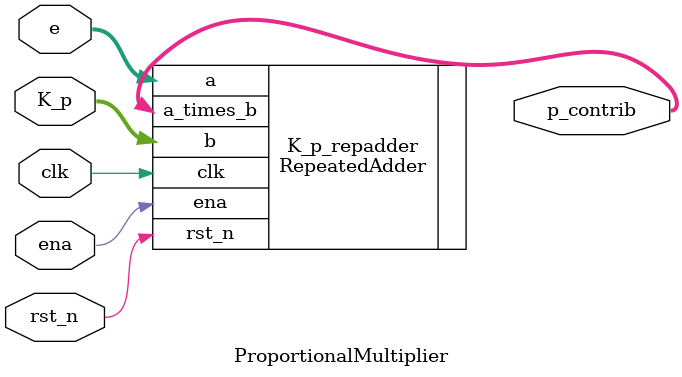
<source format=v>
`timescale 1ns / 1ps

module ProportionalMultiplier(
    input            clk, rst_n, ena,
    input      [5:0] e,
    input      [5:0] K_p,
    output     [5:0] p_contrib // Proportional contribution.
);
    // Multiplication takes too much physical space.
    // Repeated addition takes too much file
    // space, therefore it's written elsewhere.
    RepeatedAdder K_p_repadder(
        .clk(clk),
        .rst_n(rst_n),
        .ena(ena),
        .a(e),
        .b(K_p),
        .a_times_b(p_contrib)
    );
endmodule
</source>
